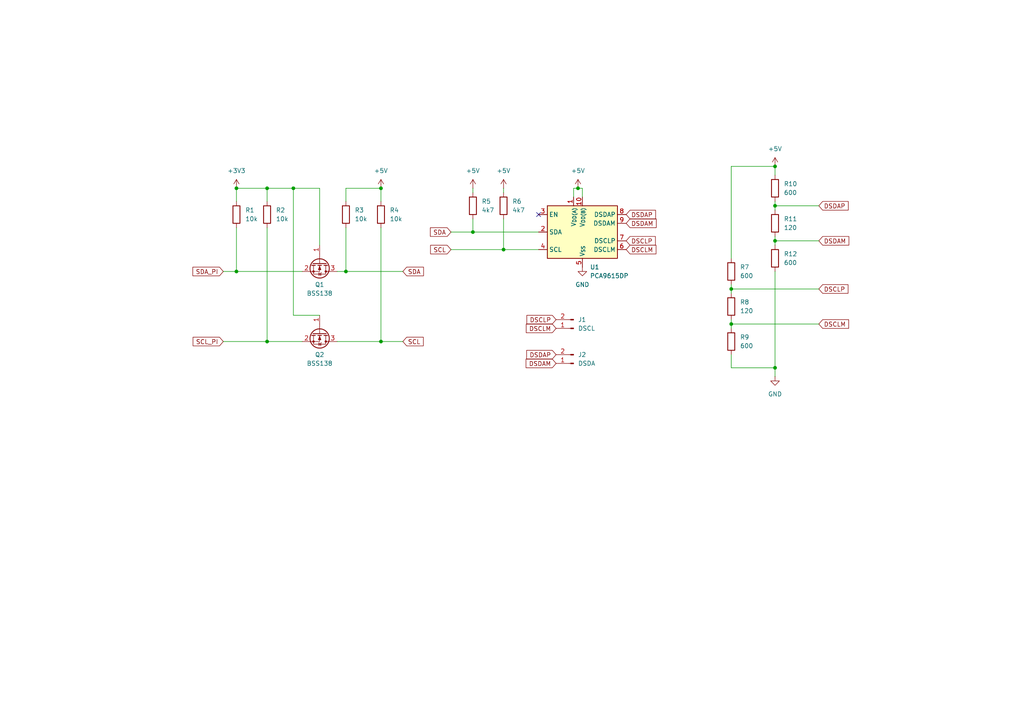
<source format=kicad_sch>
(kicad_sch (version 20231120) (generator "eeschema") (generator_version "8.0")
  (paper "A4")
  (lib_symbols
    (symbol "Connector:Conn_01x02_Pin" (pin_names (offset 1.016) hide)
      (property "Reference" "J" (at 0 2.54 0))
      (property "Value" "Conn_01x02_Pin" (at 0 -5.08 0))
      (symbol "Conn_01x02_Pin_1_1"
        (polyline (pts (xy 1.27 -2.54) (xy 0.8636 -2.54)) (stroke (width 0.1524)))
        (polyline (pts (xy 1.27 0) (xy 0.8636 0)) (stroke (width 0.1524)))
        (rectangle (start 0.8636 -2.413) (end 0 -2.667) (stroke (width 0.1524)) (fill (type outline)))
        (rectangle (start 0.8636 0.127) (end 0 -0.127) (stroke (width 0.1524)) (fill (type outline)))
        (pin passive line (at 5.08 0 180) (length 3.81) (name "Pin_1") (number "1"))
        (pin passive line (at 5.08 -2.54 180) (length 3.81) (name "Pin_2") (number "2"))
      )
    )
    (symbol "Device:R" (pin_numbers hide) (pin_names (offset 0))
      (property "Reference" "R" (at 2.032 0 90))
      (property "Value" "R" (at 0 0 90))
      (symbol "R_0_1"
        (rectangle (start -1.016 -2.54) (end 1.016 2.54) (stroke (width 0.254)))
      )
      (symbol "R_1_1"
        (pin passive line (at 0 3.81 270) (length 1.27) (name "~") (number "1"))
        (pin passive line (at 0 -3.81 90) (length 1.27) (name "~") (number "2"))
      )
    )
    (symbol "Interface:PCA9615DP"
      (property "Reference" "U" (at -10.16 8.89 0))
      (property "Value" "PCA9615DP" (at 1.27 8.89 0))
      (symbol "PCA9615DP_0_1"
        (rectangle (start -10.16 7.62) (end 10.16 -7.62) (stroke (width 0.254)) (fill (type background)))
      )
      (symbol "PCA9615DP_1_1"
        (pin power_in line (at -2.54 10.16 270) (length 2.54) (name "V_{DD(A)}") (number "1"))
        (pin power_in line (at 0 10.16 270) (length 2.54) (name "V_{DD(B)}") (number "10"))
        (pin bidirectional line (at -12.7 0 0) (length 2.54) (name "SDA") (number "2"))
        (pin input line (at -12.7 5.08 0) (length 2.54) (name "EN") (number "3"))
        (pin bidirectional line (at -12.7 -5.08 0) (length 2.54) (name "SCL") (number "4"))
        (pin power_in line (at 0 -10.16 90) (length 2.54) (name "V_{SS}") (number "5"))
        (pin bidirectional line (at 12.7 -5.08 180) (length 2.54) (name "DSCLM") (number "6"))
        (pin bidirectional line (at 12.7 -2.54 180) (length 2.54) (name "DSCLP") (number "7"))
        (pin bidirectional line (at 12.7 5.08 180) (length 2.54) (name "DSDAP") (number "8"))
        (pin bidirectional line (at 12.7 2.54 180) (length 2.54) (name "DSDAM") (number "9"))
      )
    )
    (symbol "Transistor_FET:BSS138" (pin_names hide)
      (property "Reference" "Q" (at 5.08 1.905 0))
      (property "Value" "BSS138" (at 5.08 0 0))
      (symbol "BSS138_0_1"
        (polyline (pts (xy 0.254 0) (xy -2.54 0)))
        (polyline (pts (xy 0.254 1.905) (xy 0.254 -1.905)) (stroke (width 0.254)))
        (polyline (pts (xy 0.762 -1.27) (xy 0.762 -2.286)) (stroke (width 0.254)))
        (polyline (pts (xy 0.762 0.508) (xy 0.762 -0.508)) (stroke (width 0.254)))
        (polyline (pts (xy 0.762 2.286) (xy 0.762 1.27)) (stroke (width 0.254)))
        (polyline (pts (xy 2.54 2.54) (xy 2.54 1.778)))
        (polyline (pts (xy 2.54 -2.54) (xy 2.54 0) (xy 0.762 0)))
        (polyline (pts (xy 0.762 -1.778) (xy 3.302 -1.778) (xy 3.302 1.778) (xy 0.762 1.778)))
        (polyline (pts (xy 1.016 0) (xy 2.032 0.381) (xy 2.032 -0.381) (xy 1.016 0)) (fill (type outline)))
        (polyline (pts (xy 2.794 0.508) (xy 2.921 0.381) (xy 3.683 0.381) (xy 3.81 0.254)))
        (polyline (pts (xy 3.302 0.381) (xy 2.921 -0.254) (xy 3.683 -0.254) (xy 3.302 0.381)))
        (circle (center 1.651 0) (radius 2.794) (stroke (width 0.254)))
        (circle (center 2.54 -1.778) (radius 0.254) (fill (type outline)))
        (circle (center 2.54 1.778) (radius 0.254) (fill (type outline)))
      )
      (symbol "BSS138_1_1"
        (pin input line (at -5.08 0 0) (length 2.54) (name "G") (number "1"))
        (pin passive line (at 2.54 -5.08 90) (length 2.54) (name "S") (number "2"))
        (pin passive line (at 2.54 5.08 270) (length 2.54) (name "D") (number "3"))
      )
    )
    (symbol "power:+3V3" (power) (pin_numbers hide) (pin_names (offset 0) hide)
      (property "Value" "+3V3" (at 0 3.556 0))
      (symbol "+3V3_0_1"
        (polyline (pts (xy -0.762 1.27) (xy 0 2.54)))
        (polyline (pts (xy 0 0) (xy 0 2.54)))
        (polyline (pts (xy 0 2.54) (xy 0.762 1.27)))
      )
      (symbol "+3V3_1_1"
        (pin power_in line (at 0 0 90) (length 0) (name "~") (number "1"))
      )
    )
    (symbol "power:+5V" (power) (pin_numbers hide) (pin_names (offset 0) hide)
      (property "Value" "+5V" (at 0 3.556 0))
      (symbol "+5V_0_1"
        (polyline (pts (xy -0.762 1.27) (xy 0 2.54)))
        (polyline (pts (xy 0 0) (xy 0 2.54)))
        (polyline (pts (xy 0 2.54) (xy 0.762 1.27)))
      )
      (symbol "+5V_1_1"
        (pin power_in line (at 0 0 90) (length 0) (name "~") (number "1"))
      )
    )
    (symbol "power:GND" (power) (pin_numbers hide) (pin_names (offset 0) hide)
      (property "Value" "GND" (at 0 -3.81 0))
      (symbol "GND_0_1"
        (polyline (pts (xy 0 0) (xy 0 -1.27) (xy 1.27 -1.27) (xy 0 -2.54) (xy -1.27 -1.27) (xy 0 -1.27)))
      )
      (symbol "GND_1_1"
        (pin power_in line (at 0 0 270) (length 0) (name "~") (number "1"))
      )
    )
  )
  (junction (at 110.49 99.06))
  (junction (at 167.64 54.61))
  (junction (at 224.79 69.85))
  (junction (at 100.33 78.74))
  (junction (at 77.47 54.61))
  (junction (at 85.09 54.61))
  (junction (at 212.09 83.82))
  (junction (at 224.79 106.68))
  (junction (at 146.05 72.39))
  (junction (at 110.49 54.61))
  (junction (at 212.09 93.98))
  (junction (at 224.79 48.26))
  (junction (at 224.79 59.69))
  (junction (at 68.58 54.61))
  (junction (at 77.47 99.06))
  (junction (at 137.16 67.31))
  (junction (at 68.58 78.74))
  (no_connect (at 156.21 62.23))
  (wire (pts (xy 212.09 83.82) (xy 212.09 85.09)))
  (wire (pts (xy 110.49 99.06) (xy 116.84 99.06)))
  (wire (pts (xy 224.79 69.85) (xy 224.79 71.12)))
  (wire (pts (xy 68.58 66.04) (xy 68.58 78.74)))
  (wire (pts (xy 212.09 82.55) (xy 212.09 83.82)))
  (wire (pts (xy 212.09 83.82) (xy 237.49 83.82)))
  (wire (pts (xy 110.49 99.06) (xy 97.79 99.06)))
  (wire (pts (xy 146.05 55.88) (xy 146.05 54.61)))
  (wire (pts (xy 224.79 58.42) (xy 224.79 59.69)))
  (wire (pts (xy 68.58 54.61) (xy 77.47 54.61)))
  (wire (pts (xy 224.79 69.85) (xy 237.49 69.85)))
  (wire (pts (xy 224.79 106.68) (xy 212.09 106.68)))
  (wire (pts (xy 64.77 99.06) (xy 77.47 99.06)))
  (wire (pts (xy 97.79 78.74) (xy 100.33 78.74)))
  (wire (pts (xy 212.09 74.93) (xy 212.09 48.26)))
  (wire (pts (xy 77.47 54.61) (xy 77.47 58.42)))
  (wire (pts (xy 68.58 78.74) (xy 87.63 78.74)))
  (wire (pts (xy 212.09 102.87) (xy 212.09 106.68)))
  (wire (pts (xy 92.71 54.61) (xy 85.09 54.61)))
  (wire (pts (xy 110.49 66.04) (xy 110.49 99.06)))
  (wire (pts (xy 137.16 54.61) (xy 137.16 55.88)))
  (wire (pts (xy 77.47 66.04) (xy 77.47 99.06)))
  (wire (pts (xy 110.49 54.61) (xy 110.49 58.42)))
  (wire (pts (xy 64.77 78.74) (xy 68.58 78.74)))
  (wire (pts (xy 224.79 78.74) (xy 224.79 106.68)))
  (wire (pts (xy 168.91 57.15) (xy 168.91 54.61)))
  (wire (pts (xy 137.16 63.5) (xy 137.16 67.31)))
  (wire (pts (xy 146.05 63.5) (xy 146.05 72.39)))
  (wire (pts (xy 224.79 59.69) (xy 237.49 59.69)))
  (wire (pts (xy 146.05 72.39) (xy 156.21 72.39)))
  (wire (pts (xy 100.33 66.04) (xy 100.33 78.74)))
  (wire (pts (xy 92.71 91.44) (xy 85.09 91.44)))
  (wire (pts (xy 212.09 93.98) (xy 212.09 95.25)))
  (wire (pts (xy 137.16 67.31) (xy 156.21 67.31)))
  (wire (pts (xy 85.09 91.44) (xy 85.09 54.61)))
  (wire (pts (xy 77.47 99.06) (xy 87.63 99.06)))
  (wire (pts (xy 224.79 59.69) (xy 224.79 60.96)))
  (wire (pts (xy 224.79 48.26) (xy 224.79 50.8)))
  (wire (pts (xy 212.09 48.26) (xy 224.79 48.26)))
  (wire (pts (xy 130.81 72.39) (xy 146.05 72.39)))
  (wire (pts (xy 100.33 58.42) (xy 100.33 54.61)))
  (wire (pts (xy 92.71 71.12) (xy 92.71 54.61)))
  (wire (pts (xy 166.37 54.61) (xy 167.64 54.61)))
  (wire (pts (xy 212.09 93.98) (xy 237.49 93.98)))
  (wire (pts (xy 85.09 54.61) (xy 77.47 54.61)))
  (wire (pts (xy 166.37 54.61) (xy 166.37 57.15)))
  (wire (pts (xy 224.79 68.58) (xy 224.79 69.85)))
  (wire (pts (xy 224.79 109.22) (xy 224.79 106.68)))
  (wire (pts (xy 212.09 92.71) (xy 212.09 93.98)))
  (wire (pts (xy 167.64 54.61) (xy 168.91 54.61)))
  (wire (pts (xy 100.33 78.74) (xy 116.84 78.74)))
  (wire (pts (xy 68.58 58.42) (xy 68.58 54.61)))
  (wire (pts (xy 130.81 67.31) (xy 137.16 67.31)))
  (wire (pts (xy 100.33 54.61) (xy 110.49 54.61)))
  (global_label "SCL" (shape input) (at 130.81 72.39 180) (property "Intersheetrefs" "${INTERSHEET_REFS}" (effects (hide yes))))
  (global_label "DSDAM" (shape input) (at 237.49 69.85 0) (property "Intersheetrefs" "${INTERSHEET_REFS}" (effects (hide yes))))
  (global_label "SCL_PI" (shape input) (at 64.77 99.06 180) (property "Intersheetrefs" "${INTERSHEET_REFS}" (effects (hide yes))))
  (global_label "DSCLP" (shape input) (at 237.49 83.82 0) (property "Intersheetrefs" "${INTERSHEET_REFS}" (effects (hide yes))))
  (global_label "DSCLM" (shape input) (at 161.29 95.25 180) (property "Intersheetrefs" "${INTERSHEET_REFS}" (effects (hide yes))))
  (global_label "SCL" (shape input) (at 116.84 99.06 0) (property "Intersheetrefs" "${INTERSHEET_REFS}" (effects (hide yes))))
  (global_label "DSDAP" (shape input) (at 181.61 62.23 0) (property "Intersheetrefs" "${INTERSHEET_REFS}" (effects (hide yes))))
  (global_label "SDA_PI" (shape input) (at 64.77 78.74 180) (property "Intersheetrefs" "${INTERSHEET_REFS}" (effects (hide yes))))
  (global_label "SDA" (shape input) (at 130.81 67.31 180) (property "Intersheetrefs" "${INTERSHEET_REFS}" (effects (hide yes))))
  (global_label "SDA" (shape input) (at 116.84 78.74 0) (property "Intersheetrefs" "${INTERSHEET_REFS}" (effects (hide yes))))
  (global_label "DSCLP" (shape input) (at 161.29 92.71 180) (property "Intersheetrefs" "${INTERSHEET_REFS}" (effects (hide yes))))
  (global_label "DSCLM" (shape input) (at 237.49 93.98 0) (property "Intersheetrefs" "${INTERSHEET_REFS}" (effects (hide yes))))
  (global_label "DSCLM" (shape input) (at 181.61 72.39 0) (property "Intersheetrefs" "${INTERSHEET_REFS}" (effects (hide yes))))
  (global_label "DSDAP" (shape input) (at 161.29 102.87 180) (property "Intersheetrefs" "${INTERSHEET_REFS}" (effects (hide yes))))
  (global_label "DSDAP" (shape input) (at 237.49 59.69 0) (property "Intersheetrefs" "${INTERSHEET_REFS}" (effects (hide yes))))
  (global_label "DSDAM" (shape input) (at 181.61 64.77 0) (property "Intersheetrefs" "${INTERSHEET_REFS}" (effects (hide yes))))
  (global_label "DSCLP" (shape input) (at 181.61 69.85 0) (property "Intersheetrefs" "${INTERSHEET_REFS}" (effects (hide yes))))
  (global_label "DSDAM" (shape input) (at 161.29 105.41 180) (property "Intersheetrefs" "${INTERSHEET_REFS}" (effects (hide yes))))
  (symbol (lib_id "power:+5V") (at 224.79 48.26 0) (unit 1)
    (property "Reference" "#PWR09" (effects (hide yes)))
    (property "Value" "+5V" (at 224.79 43.18 0))
    (property "Description" "Power symbol creates a global label with name \"+5V\"" (effects (hide yes)))
  )
  (symbol (lib_id "power:+5V") (at 146.05 54.61 0) (unit 1)
    (property "Reference" "#PWR04" (effects (hide yes)))
    (property "Value" "+5V" (at 146.05 49.53 0))
    (property "Description" "Power symbol creates a global label with name \"+5V\"" (effects (hide yes)))
  )
  (symbol (lib_id "Device:R") (at 100.33 62.23 0) (unit 1)
    (property "Reference" "R3" (at 102.87 60.9599 0) (effects (justify left)))
    (property "Value" "10k" (at 102.87 63.4999 0) (effects (justify left)))
    (property "Description" "Resistor" (effects (hide yes)))
  )
  (symbol (lib_id "Connector:Conn_01x02_Pin") (at 166.37 105.41 180) (unit 1)
    (property "Reference" "J2" (at 167.64 102.8699 0) (effects (justify right)))
    (property "Value" "DSDA" (at 167.64 105.4099 0) (effects (justify right)))
    (property "Description" "Generic connector, single row, 01x02, script generated" (effects (hide yes)))
  )
  (symbol (lib_id "power:GND") (at 168.91 77.47 0) (unit 1)
    (property "Reference" "#PWR06" (effects (hide yes)))
    (property "Value" "GND" (at 168.91 82.55 0))
    (property "Description" "Power symbol creates a global label with name \"GND\" , ground" (effects (hide yes)))
  )
  (symbol (lib_id "Interface:PCA9615DP") (at 168.91 67.31 0) (unit 1)
    (property "Reference" "U1" (at 171.1041 77.47 0) (effects (justify left)))
    (property "Value" "PCA9615DP" (at 171.1041 80.01 0) (effects (justify left)))
    (property "Footprint" "Package_SO:TSSOP-10_3x3mm_P0.5mm" (effects (hide yes)))
    (property "Datasheet" "https://www.nxp.com/docs/en/data-sheet/PCA9615.pdf" (effects (hide yes)))
    (property "Description" "Dual bidirectional hot-swap multipoint bus buffer, SO-8" (effects (hide yes)))
  )
  (symbol (lib_id "Device:R") (at 212.09 78.74 0) (unit 1)
    (property "Reference" "R7" (at 214.63 77.4699 0) (effects (justify left)))
    (property "Value" "600" (at 214.63 80.0099 0) (effects (justify left)))
    (property "Footprint" "Resistor_SMD:R_0402_1005Metric" (effects (hide yes)))
    (property "Description" "Resistor" (effects (hide yes)))
  )
  (symbol (lib_id "power:+5V") (at 110.49 54.61 0) (unit 1)
    (property "Reference" "#PWR02" (effects (hide yes)))
    (property "Value" "+5V" (at 110.49 49.53 0))
    (property "Description" "Power symbol creates a global label with name \"+5V\"" (effects (hide yes)))
  )
  (symbol (lib_id "Device:R") (at 146.05 59.69 0) (unit 1)
    (property "Reference" "R6" (at 148.59 58.4199 0) (effects (justify left)))
    (property "Value" "4k7" (at 148.59 60.9599 0) (effects (justify left)))
    (property "Footprint" "Resistor_SMD:R_0402_1005Metric" (effects (hide yes)))
    (property "Description" "Resistor" (effects (hide yes)))
  )
  (symbol (lib_id "Device:R") (at 224.79 64.77 0) (unit 1)
    (property "Reference" "R11" (at 227.33 63.4999 0) (effects (justify left)))
    (property "Value" "120" (at 227.33 66.0399 0) (effects (justify left)))
    (property "Footprint" "Resistor_SMD:R_0402_1005Metric" (effects (hide yes)))
    (property "Description" "Resistor" (effects (hide yes)))
  )
  (symbol (lib_id "power:+5V") (at 137.16 54.61 0) (unit 1)
    (property "Reference" "#PWR03" (effects (hide yes)))
    (property "Value" "+5V" (at 137.16 49.53 0))
    (property "Description" "Power symbol creates a global label with name \"+5V\"" (effects (hide yes)))
  )
  (symbol (lib_id "Device:R") (at 212.09 99.06 0) (unit 1)
    (property "Reference" "R9" (at 214.63 97.7899 0) (effects (justify left)))
    (property "Value" "600" (at 214.63 100.3299 0) (effects (justify left)))
    (property "Footprint" "Resistor_SMD:R_0402_1005Metric" (effects (hide yes)))
    (property "Description" "Resistor" (effects (hide yes)))
  )
  (symbol (lib_id "Device:R") (at 110.49 62.23 0) (unit 1)
    (property "Reference" "R4" (at 113.03 60.9599 0) (effects (justify left)))
    (property "Value" "10k" (at 113.03 63.4999 0) (effects (justify left)))
    (property "Description" "Resistor" (effects (hide yes)))
  )
  (symbol (lib_id "Device:R") (at 77.47 62.23 0) (unit 1)
    (property "Reference" "R2" (at 80.01 60.9599 0) (effects (justify left)))
    (property "Value" "10k" (at 80.01 63.4999 0) (effects (justify left)))
    (property "Description" "Resistor" (effects (hide yes)))
  )
  (symbol (lib_id "Transistor_FET:BSS138") (at 92.71 76.2 270) (unit 1)
    (property "Reference" "Q1" (at 92.71 82.55 90))
    (property "Value" "BSS138" (at 92.71 85.09 90))
    (property "Footprint" "Package_TO_SOT_SMD:SOT-23" (effects (hide yes)))
    (property "Datasheet" "https://www.onsemi.com/pub/Collateral/BSS138-D.PDF" (effects (hide yes)))
    (property "Description" "50V Vds, 0.22A Id, N-Channel MOSFET, SOT-23" (effects (hide yes)))
  )
  (symbol (lib_id "Connector:Conn_01x02_Pin") (at 166.37 95.25 180) (unit 1)
    (property "Reference" "J1" (at 167.64 92.7099 0) (effects (justify right)))
    (property "Value" "DSCL" (at 167.64 95.2499 0) (effects (justify right)))
    (property "Description" "Generic connector, single row, 01x02, script generated" (effects (hide yes)))
  )
  (symbol (lib_id "Transistor_FET:BSS138") (at 92.71 96.52 270) (unit 1)
    (property "Reference" "Q2" (at 92.71 102.87 90))
    (property "Value" "BSS138" (at 92.71 105.41 90))
    (property "Footprint" "Package_TO_SOT_SMD:SOT-23" (effects (hide yes)))
    (property "Datasheet" "https://www.onsemi.com/pub/Collateral/BSS138-D.PDF" (effects (hide yes)))
    (property "Description" "50V Vds, 0.22A Id, N-Channel MOSFET, SOT-23" (effects (hide yes)))
  )
  (symbol (lib_id "power:GND") (at 224.79 109.22 0) (unit 1)
    (property "Reference" "#PWR010" (effects (hide yes)))
    (property "Value" "GND" (at 224.79 114.3 0))
    (property "Description" "Power symbol creates a global label with name \"GND\" , ground" (effects (hide yes)))
  )
  (symbol (lib_id "power:+3V3") (at 68.58 54.61 0) (unit 1)
    (property "Reference" "#PWR01" (effects (hide yes)))
    (property "Value" "+3V3" (at 68.58 49.53 0))
    (property "Description" "Power symbol creates a global label with name \"+3V3\"" (effects (hide yes)))
  )
  (symbol (lib_id "Device:R") (at 224.79 54.61 0) (unit 1)
    (property "Reference" "R10" (at 227.33 53.3399 0) (effects (justify left)))
    (property "Value" "600" (at 227.33 55.8799 0) (effects (justify left)))
    (property "Footprint" "Resistor_SMD:R_0402_1005Metric" (effects (hide yes)))
    (property "Description" "Resistor" (effects (hide yes)))
  )
  (symbol (lib_id "Device:R") (at 224.79 74.93 0) (unit 1)
    (property "Reference" "R12" (at 227.33 73.6599 0) (effects (justify left)))
    (property "Value" "600" (at 227.33 76.1999 0) (effects (justify left)))
    (property "Footprint" "Resistor_SMD:R_0402_1005Metric" (effects (hide yes)))
    (property "Description" "Resistor" (effects (hide yes)))
  )
  (symbol (lib_id "Device:R") (at 137.16 59.69 0) (unit 1)
    (property "Reference" "R5" (at 139.7 58.4199 0) (effects (justify left)))
    (property "Value" "4k7" (at 139.7 60.9599 0) (effects (justify left)))
    (property "Footprint" "Resistor_SMD:R_0402_1005Metric" (effects (hide yes)))
    (property "Description" "Resistor" (effects (hide yes)))
  )
  (symbol (lib_id "power:+5V") (at 167.64 54.61 0) (unit 1)
    (property "Reference" "#PWR05" (effects (hide yes)))
    (property "Value" "+5V" (at 167.64 49.53 0))
    (property "Description" "Power symbol creates a global label with name \"+5V\"" (effects (hide yes)))
  )
  (symbol (lib_id "Device:R") (at 68.58 62.23 0) (unit 1)
    (property "Reference" "R1" (at 71.12 60.9599 0) (effects (justify left)))
    (property "Value" "10k" (at 71.12 63.4999 0) (effects (justify left)))
    (property "Description" "Resistor" (effects (hide yes)))
  )
  (symbol (lib_id "Device:R") (at 212.09 88.9 0) (unit 1)
    (property "Reference" "R8" (at 214.63 87.6299 0) (effects (justify left)))
    (property "Value" "120" (at 214.63 90.1699 0) (effects (justify left)))
    (property "Footprint" "Resistor_SMD:R_0402_1005Metric" (effects (hide yes)))
    (property "Description" "Resistor" (effects (hide yes)))
  )
)
</source>
